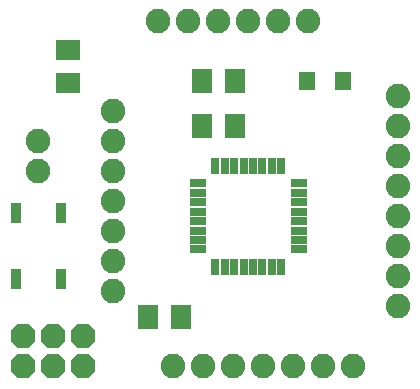
<source format=gts>
G75*
%MOIN*%
%OFA0B0*%
%FSLAX24Y24*%
%IPPOS*%
%LPD*%
%AMOC8*
5,1,8,0,0,1.08239X$1,22.5*
%
%ADD10R,0.0580X0.0300*%
%ADD11R,0.0300X0.0580*%
%ADD12R,0.0710X0.0789*%
%ADD13R,0.0380X0.0680*%
%ADD14R,0.0552X0.0631*%
%ADD15C,0.0820*%
%ADD16OC8,0.0820*%
%ADD17R,0.0789X0.0710*%
D10*
X006990Y005078D03*
X006990Y005393D03*
X006990Y005708D03*
X006990Y006023D03*
X006990Y006337D03*
X006990Y006652D03*
X006990Y006967D03*
X006990Y007282D03*
X010370Y007282D03*
X010370Y006967D03*
X010370Y006652D03*
X010370Y006337D03*
X010370Y006023D03*
X010370Y005708D03*
X010370Y005393D03*
X010370Y005078D03*
D11*
X009782Y004490D03*
X009467Y004490D03*
X009152Y004490D03*
X008837Y004490D03*
X008523Y004490D03*
X008208Y004490D03*
X007893Y004490D03*
X007578Y004490D03*
X007578Y007870D03*
X007893Y007870D03*
X008208Y007870D03*
X008523Y007870D03*
X008837Y007870D03*
X009152Y007870D03*
X009467Y007870D03*
X009782Y007870D03*
D12*
X008231Y009180D03*
X007129Y009180D03*
X007129Y010680D03*
X008231Y010680D03*
X006431Y002830D03*
X005329Y002830D03*
D13*
X002430Y004080D03*
X000930Y004080D03*
X000930Y006280D03*
X002430Y006280D03*
D14*
X010639Y010680D03*
X011821Y010680D03*
D15*
X013680Y010180D03*
X013680Y009180D03*
X013680Y008180D03*
X013680Y007180D03*
X013680Y006180D03*
X013680Y005180D03*
X013680Y004180D03*
X013680Y003180D03*
X012180Y001180D03*
X011180Y001180D03*
X010180Y001180D03*
X009180Y001180D03*
X008180Y001180D03*
X007180Y001180D03*
X006180Y001180D03*
X004180Y003680D03*
X004180Y004680D03*
X004180Y005680D03*
X004180Y006680D03*
X004180Y007680D03*
X004180Y008680D03*
X004180Y009680D03*
X001680Y008680D03*
X001680Y007680D03*
X005680Y012680D03*
X006680Y012680D03*
X007680Y012680D03*
X008680Y012680D03*
X009680Y012680D03*
X010680Y012680D03*
D16*
X001180Y001180D03*
X001180Y002180D03*
X002180Y002180D03*
X002180Y001180D03*
X003180Y001180D03*
X003180Y002180D03*
D17*
X002680Y010629D03*
X002680Y011731D03*
M02*

</source>
